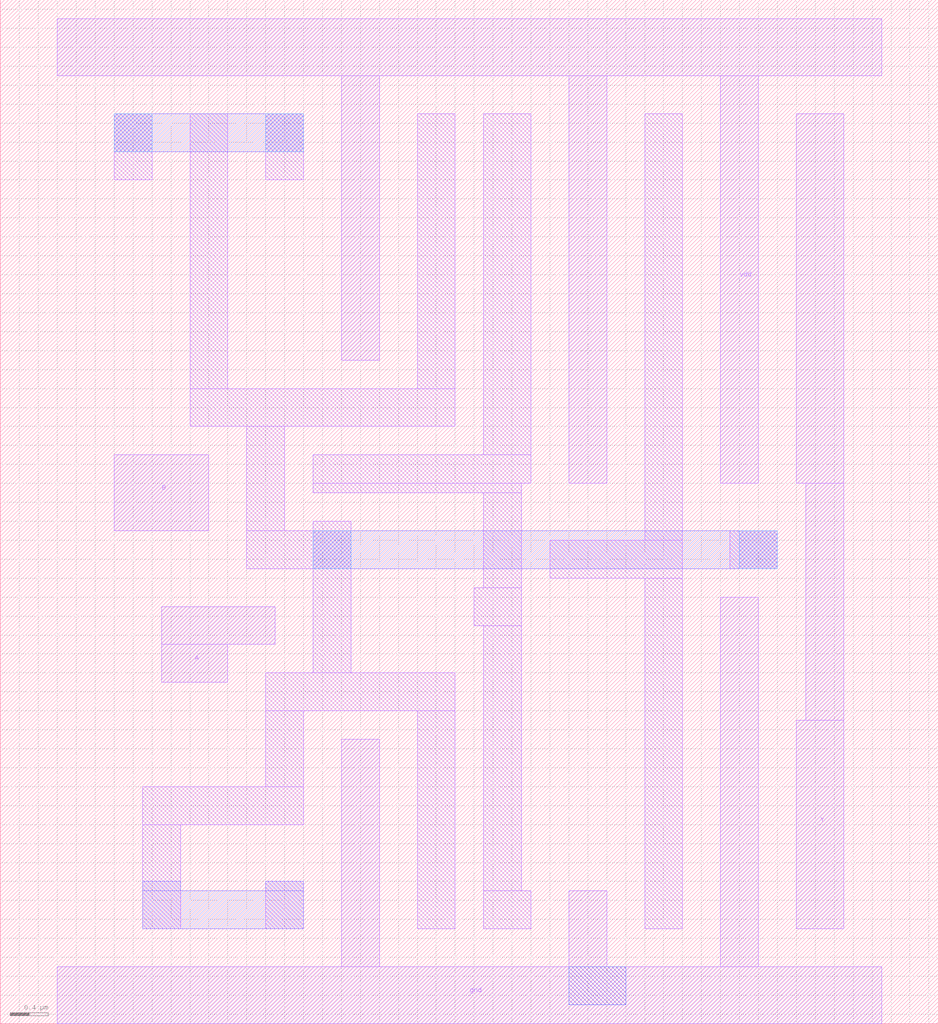
<source format=lef>
VERSION 5.7 ;
  NOWIREEXTENSIONATPIN ON ;
  DIVIDERCHAR "/" ;
  BUSBITCHARS "[]" ;
MACRO PAND2X1
  CLASS BLOCK ;
  FOREIGN PAND2X1 ;
  ORIGIN 0.800 0.300 ;
  SIZE 9.900 BY 10.800 ;
  PIN vdd
    DIRECTION INOUT ;
    USE POWER ;
    SHAPE ABUTMENT ;
    PORT
      LAYER metal1 ;
        RECT -0.200 9.700 8.500 10.300 ;
        RECT 2.800 6.700 3.200 9.700 ;
        RECT 5.200 5.400 5.600 9.700 ;
        RECT 6.800 5.400 7.200 9.700 ;
    END
  END vdd
  PIN gnd
    DIRECTION INOUT ;
    USE POWER ;
    SHAPE ABUTMENT ;
    PORT
      LAYER metal1 ;
        RECT 2.800 0.300 3.200 2.700 ;
        RECT 5.200 0.300 5.600 1.100 ;
        RECT 6.800 0.300 7.200 4.200 ;
        RECT -0.200 -0.300 8.500 0.300 ;
    END
  END gnd
  PIN B
    DIRECTION INPUT ;
    USE SIGNAL ;
    ANTENNAGATEAREA 0.240000 ;
    PORT
      LAYER metal1 ;
        RECT 0.400 4.900 1.400 5.700 ;
    END
  END B
  PIN A
    DIRECTION INPUT ;
    USE SIGNAL ;
    ANTENNAGATEAREA 0.240000 ;
    PORT
      LAYER metal1 ;
        RECT 0.900 3.700 2.100 4.100 ;
        RECT 0.900 3.300 1.600 3.700 ;
    END
  END A
  PIN Y
    DIRECTION OUTPUT ;
    USE SIGNAL ;
    PORT
      LAYER metal1 ;
        RECT 7.600 5.400 8.100 9.300 ;
        RECT 7.700 2.900 8.100 5.400 ;
        RECT 7.600 0.700 8.100 2.900 ;
    END
  END Y
  OBS
      LAYER metal1 ;
        RECT 0.400 8.600 0.800 9.300 ;
        RECT 1.200 6.400 1.600 9.300 ;
        RECT 2.000 8.600 2.400 9.300 ;
        RECT 3.600 6.400 4.000 9.300 ;
        RECT 1.200 6.000 4.000 6.400 ;
        RECT 1.800 4.900 2.200 6.000 ;
        RECT 4.300 5.700 4.800 9.300 ;
        RECT 2.500 5.400 4.800 5.700 ;
        RECT 2.500 5.300 4.700 5.400 ;
        RECT 2.500 4.900 2.900 5.000 ;
        RECT 1.800 4.500 2.900 4.900 ;
        RECT 2.500 3.400 2.900 4.500 ;
        RECT 4.300 4.300 4.700 5.300 ;
        RECT 6.000 4.800 6.400 9.300 ;
        RECT 5.000 4.400 6.400 4.800 ;
        RECT 6.900 4.500 7.400 4.900 ;
        RECT 4.200 3.900 4.700 4.300 ;
        RECT 2.000 3.000 4.000 3.400 ;
        RECT 2.000 2.200 2.400 3.000 ;
        RECT 0.700 1.800 2.400 2.200 ;
        RECT 0.700 0.700 1.100 1.800 ;
        RECT 2.000 0.700 2.400 1.200 ;
        RECT 3.600 0.700 4.000 3.000 ;
        RECT 4.300 1.100 4.700 3.900 ;
        RECT 4.300 0.700 4.800 1.100 ;
        RECT 6.000 0.700 6.400 4.400 ;
      LAYER via1 ;
        RECT 0.400 8.900 0.800 9.300 ;
        RECT 2.000 8.900 2.400 9.300 ;
        RECT 2.500 4.500 2.900 4.900 ;
        RECT 7.000 4.500 7.400 4.900 ;
      LAYER metal2 ;
        RECT 0.400 8.900 2.400 9.300 ;
        RECT 2.500 4.500 7.400 4.900 ;
        RECT 0.700 1.100 1.100 1.200 ;
        RECT 2.000 1.100 2.400 1.200 ;
        RECT 0.700 0.700 2.400 1.100 ;
      LAYER metal4 ;
        RECT 5.200 -0.100 5.800 0.300 ;
  END
END PAND2X1
END LIBRARY


</source>
